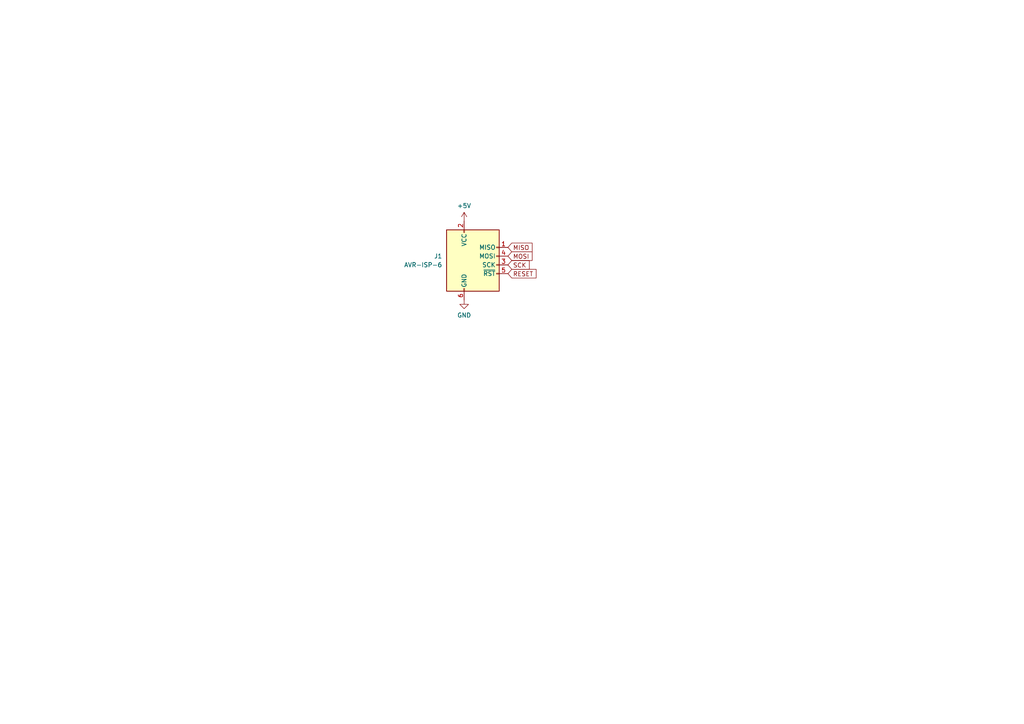
<source format=kicad_sch>
(kicad_sch (version 20230121) (generator eeschema)
  (paper "A4")
  (lib_symbols
    (symbol "Connector:AVR-ISP-6" (pin_names (offset 1.016))
      (property "Reference" "J" (at -6.35 11.43 0))
      (property "Value" "AVR-ISP-6" (at 0 11.43 0))
      (symbol "AVR-ISP-6_0_1"
        (rectangle (start -2.667 -6.858) (end -2.413 -7.62))
        (rectangle (start -2.667 10.16) (end -2.413 9.398))
        (rectangle (start 7.62 -2.413) (end 6.858 -2.667))
        (rectangle (start 7.62 0.127) (end 6.858 -0.127))
        (rectangle (start 7.62 2.667) (end 6.858 2.413))
        (rectangle (start 7.62 5.207) (end 6.858 4.953))
        (rectangle (start 7.62 10.16) (end -7.62 -7.62) (stroke (width 0.254)) (fill (type background)))
      )
      (symbol "AVR-ISP-6_1_1"
        (pin passive line (at 10.16 5.08 180) (length 2.54) (name "MISO") (number "1"))
        (pin passive line (at -2.54 12.7 270) (length 2.54) (name "VCC") (number "2"))
        (pin passive line (at 10.16 0 180) (length 2.54) (name "SCK") (number "3"))
        (pin passive line (at 10.16 2.54 180) (length 2.54) (name "MOSI") (number "4"))
        (pin passive line (at 10.16 -2.54 180) (length 2.54) (name "~{RST}") (number "5"))
        (pin passive line (at -2.54 -10.16 90) (length 2.54) (name "GND") (number "6"))
      )
    )
    (symbol "power:+5V" (power) (pin_names (offset 0))
      (property "Value" "+5V" (at 0 3.556 0))
      (symbol "+5V_0_1"
        (polyline (pts (xy -0.762 1.27) (xy 0 2.54)))
        (polyline (pts (xy 0 0) (xy 0 2.54)))
        (polyline (pts (xy 0 2.54) (xy 0.762 1.27)))
      )
      (symbol "+5V_1_1"
        (pin power_in line (at 0 0 90) (length 0) hide (name "+5V") (number "1"))
      )
    )
    (symbol "power:GND" (power) (pin_names (offset 0))
      (property "Value" "GND" (at 0 -3.81 0))
      (symbol "GND_0_1"
        (polyline (pts (xy 0 0) (xy 0 -1.27) (xy 1.27 -1.27) (xy 0 -2.54) (xy -1.27 -1.27) (xy 0 -1.27)))
      )
      (symbol "GND_1_1"
        (pin power_in line (at 0 0 270) (length 0) hide (name "GND") (number "1"))
      )
    )
  )
  (global_label "SCK" (shape input) (at 147.32 76.835 0) (property "Intersheetrefs" "${INTERSHEET_REFS}" (effects hide)))
  (global_label "MOSI" (shape input) (at 147.32 74.295 0) (property "Intersheetrefs" "${INTERSHEET_REFS}" (effects hide)))
  (global_label "MISO" (shape input) (at 147.32 71.755 0) (property "Intersheetrefs" "${INTERSHEET_REFS}" (effects hide)))
  (global_label "RESET" (shape input) (at 147.32 79.375 0) (property "Intersheetrefs" "${INTERSHEET_REFS}" (effects hide)))
  (symbol (lib_id "power:+5V") (at 134.62 64.135 0) (unit 1)
    (property "Reference" "#PWR010" (effects hide))
    (property "Value" "+5V" (at 134.62 59.69 0))
  )
  (symbol (lib_id "power:GND") (at 134.62 86.995 0) (unit 1)
    (property "Reference" "#PWR09" (effects hide))
    (property "Value" "GND" (at 134.62 91.44 0))
  )
  (symbol (lib_id "Connector:AVR-ISP-6") (at 137.16 76.835 0) (unit 1)
    (property "Reference" "J1" (at 128.27 74.295 0) (effects (justify right)))
    (property "Value" "AVR-ISP-6" (at 128.27 76.835 0) (effects (justify right)))
    (property "Datasheet" " ~" (effects hide))
  )
)
</source>
